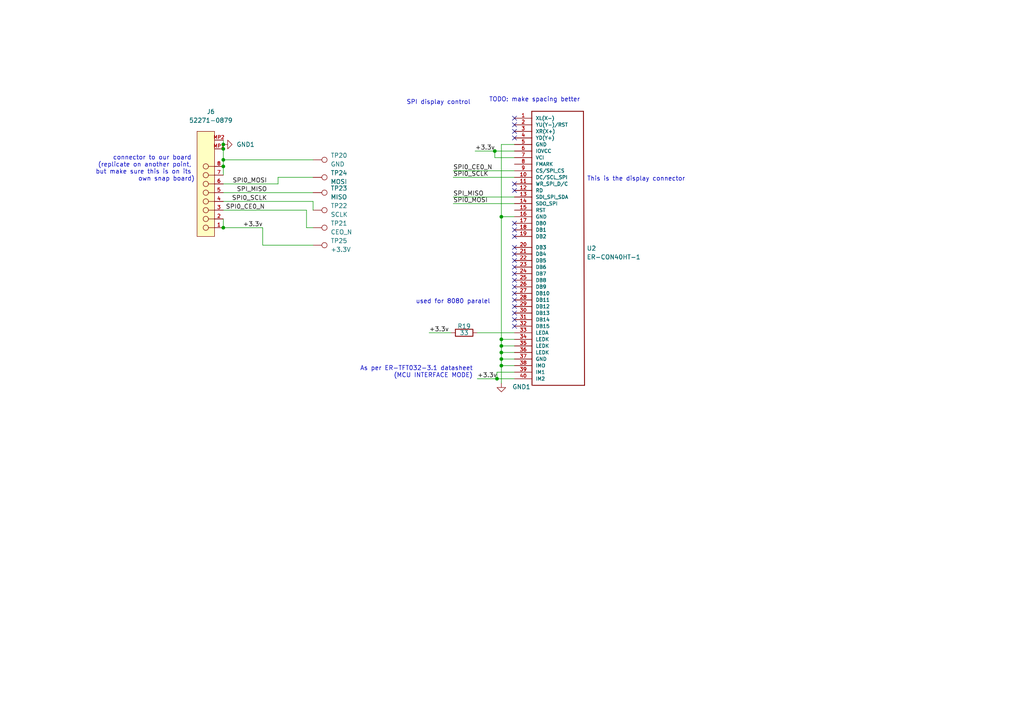
<source format=kicad_sch>
(kicad_sch (version 20210621) (generator eeschema)
  (paper "A4")
  (title_block (title "Display connector board (not part of mainboard)") (rev "indev"))
  (lib_symbols
    (symbol "CON40:ER-CON40HT-1" (pin_names (offset 1.016))
      (property "Reference" "U" (at 8.001 2.9972 0))
      (property "Value" "ER-CON40HT-1" (at 5.08 -80.01 0))
      (symbol "ER-CON40HT-1_0_0"
        (polyline (pts (xy 5.0038 2.0066) (xy 19.9898 2.0066)) (stroke (width 0.254)))
        (polyline (pts (xy 5.08 -77.47) (xy 5.0038 2.0066)) (stroke (width 0.254)))
        (polyline (pts (xy 19.9898 2.0066) (xy 20.32 -77.47)) (stroke (width 0.254)))
        (polyline (pts (xy 20.32 -77.47) (xy 5.334 -77.47)) (stroke (width 0.254)))
        (pin bidirectional line (at 0 0 0) (length 5.08) (name "XL(X-)") (number "1"))
        (pin bidirectional line (at 0 -17.145 0) (length 5.08) (name "DC/SCL_SPI") (number "10"))
        (pin bidirectional line (at 0 -19.05 0) (length 5.08) (name "WR_SPI_D/C") (number "11"))
        (pin bidirectional line (at 0 -20.955 0) (length 5.08) (name "RD") (number "12"))
        (pin bidirectional line (at 0 -22.86 0) (length 5.08) (name "SDI_SPI_SDA") (number "13"))
        (pin bidirectional line (at 0 -24.765 0) (length 5.08) (name "SDO_SPI") (number "14"))
        (pin bidirectional line (at 0 -26.67 0) (length 5.08) (name "RST") (number "15"))
        (pin bidirectional line (at 0 -28.575 0) (length 5.08) (name "GND") (number "16"))
        (pin bidirectional line (at 0 -30.48 0) (length 5.08) (name "DB0") (number "17"))
        (pin bidirectional line (at 0 -32.385 0) (length 5.08) (name "DB1") (number "18"))
        (pin bidirectional line (at 0 -34.29 0) (length 5.08) (name "DB2") (number "19"))
        (pin bidirectional line (at 0 -1.905 0) (length 5.08) (name "YU(Y-)/RST") (number "2"))
        (pin bidirectional line (at 0 -37.465 0) (length 5.08) (name "DB3") (number "20"))
        (pin bidirectional line (at 0 -39.37 0) (length 5.08) (name "DB4") (number "21"))
        (pin bidirectional line (at 0 -41.275 0) (length 5.08) (name "DB5") (number "22"))
        (pin bidirectional line (at 0 -43.18 0) (length 5.08) (name "DB6") (number "23"))
        (pin bidirectional line (at 0 -45.085 0) (length 5.08) (name "DB7") (number "24"))
        (pin bidirectional line (at 0 -46.99 0) (length 5.08) (name "DB8") (number "25"))
        (pin bidirectional line (at 0 -48.895 0) (length 5.08) (name "DB9") (number "26"))
        (pin bidirectional line (at 0 -50.8 0) (length 5.08) (name "DB10") (number "27"))
        (pin bidirectional line (at 0 -52.705 0) (length 5.08) (name "DB11") (number "28"))
        (pin bidirectional line (at 0 -54.61 0) (length 5.08) (name "DB12") (number "29"))
        (pin bidirectional line (at 0 -3.81 0) (length 5.08) (name "XR(X+)") (number "3"))
        (pin bidirectional line (at 0 -56.515 0) (length 5.08) (name "DB13") (number "30"))
        (pin bidirectional line (at 0 -58.42 0) (length 5.08) (name "DB14") (number "31"))
        (pin bidirectional line (at 0 -60.325 0) (length 5.08) (name "DB15") (number "32"))
        (pin bidirectional line (at 0 -62.23 0) (length 5.08) (name "LEDA") (number "33"))
        (pin bidirectional line (at 0 -64.135 0) (length 5.08) (name "LEDK") (number "34"))
        (pin bidirectional line (at 0 -66.04 0) (length 5.08) (name "LEDK") (number "35"))
        (pin bidirectional line (at 0 -67.945 0) (length 5.08) (name "LEDK") (number "36"))
        (pin bidirectional line (at 0 -69.85 0) (length 5.08) (name "GND") (number "37"))
        (pin bidirectional line (at 0 -71.755 0) (length 5.08) (name "IMO") (number "38"))
        (pin bidirectional line (at 0 -73.66 0) (length 5.08) (name "IM1") (number "39"))
        (pin bidirectional line (at 0 -5.715 0) (length 5.08) (name "YD(Y+)") (number "4"))
        (pin bidirectional line (at 0 -75.565 0) (length 5.08) (name "IM2") (number "40"))
        (pin bidirectional line (at 0 -7.62 0) (length 5.08) (name "GND") (number "5"))
        (pin bidirectional line (at 0 -9.525 0) (length 5.08) (name "IOVCC") (number "6"))
        (pin bidirectional line (at 0 -11.43 0) (length 5.08) (name "VCI") (number "7"))
        (pin bidirectional line (at 0 -13.335 0) (length 5.08) (name "FMARK") (number "8"))
        (pin bidirectional line (at 0 -15.24 0) (length 5.08) (name "CS/SPI_CS") (number "9"))
      )
    )
    (symbol "Connector:TestPoint" (pin_numbers hide) (pin_names (offset 0.762) hide)
      (property "Reference" "TP" (at 0 6.858 0))
      (property "Value" "TestPoint" (at 0 5.08 0))
      (symbol "TestPoint_0_1"
        (circle (center 0 3.302) (radius 0.762))
      )
      (symbol "TestPoint_1_1"
        (pin passive line (at 0 0 90) (length 2.54) (name "1") (number "1"))
      )
    )
    (symbol "Device:R" (pin_numbers hide) (pin_names (offset 0))
      (property "Reference" "R" (at 2.032 0 90))
      (property "Value" "R" (at 0 0 90))
      (symbol "R_0_1"
        (rectangle (start -1.016 -2.54) (end 1.016 2.54) (stroke (width 0.254)))
      )
      (symbol "R_1_1"
        (pin passive line (at 0 3.81 270) (length 1.27) (name "~") (number "1"))
        (pin passive line (at 0 -3.81 90) (length 1.27) (name "~") (number "2"))
      )
    )
    (symbol "MOLEXZIF:52271-0879" (pin_names (offset 0))
      (property "Reference" "J" (at 0 12.7 0))
      (property "Value" "52271-0879" (at 0 15.24 0))
      (symbol "52271-0879_1_1"
        (circle (center 0 7.62) (radius 0.762))
        (circle (center 2.54 7.62) (radius 0.762))
        (circle (center 5.08 7.62) (radius 0.762))
        (circle (center 7.62 7.62) (radius 0.762))
        (circle (center 10.16 7.62) (radius 0.762))
        (circle (center 12.7 7.62) (radius 0.762))
        (circle (center 15.24 7.62) (radius 0.762))
        (circle (center 17.78 7.62) (radius 0.762))
        (rectangle (start -2.54 10.16) (end 27.94 5.08) (fill (type background)))
        (polyline (pts (xy 0 5.08) (xy 0 6.858)))
        (polyline (pts (xy 2.54 5.08) (xy 2.54 6.858)))
        (polyline (pts (xy 5.08 5.08) (xy 5.08 6.858)))
        (polyline (pts (xy 7.62 5.08) (xy 7.62 6.858)))
        (polyline (pts (xy 10.16 5.08) (xy 10.16 6.858)))
        (polyline (pts (xy 12.7 5.08) (xy 12.7 6.858)))
        (polyline (pts (xy 15.24 5.08) (xy 15.24 6.858)))
        (polyline (pts (xy 17.78 5.08) (xy 17.78 6.858)))
        (pin passive line (at 0 2.54 90) (length 2.54) (name "1") (number "1"))
        (pin passive line (at 2.54 2.54 90) (length 2.54) (name "2") (number "2"))
        (pin passive line (at 5.08 2.54 90) (length 2.54) (name "3") (number "3"))
        (pin passive line (at 7.62 2.54 90) (length 2.54) (name "4") (number "4"))
        (pin passive line (at 10.16 2.54 90) (length 2.54) (name "5") (number "5"))
        (pin passive line (at 12.7 2.54 90) (length 2.54) (name "6") (number "6"))
        (pin passive line (at 15.24 2.54 90) (length 2.54) (name "7") (number "7"))
        (pin passive line (at 17.78 2.54 90) (length 2.54) (name "8") (number "8"))
        (pin passive line (at 22.86 2.54 90) (length 2.54) (name "MP1") (number "MP1"))
        (pin passive line (at 25.4 2.54 90) (length 2.54) (name "MP2") (number "MP2"))
      )
    )
    (symbol "power:GND1" (power) (pin_names (offset 0))
      (property "Value" "GND1" (at 0 -3.81 0))
      (symbol "GND1_0_1"
        (polyline (pts (xy 0 0) (xy 0 -1.27) (xy 1.27 -1.27) (xy 0 -2.54) (xy -1.27 -1.27) (xy 0 -1.27)))
      )
      (symbol "GND1_1_1"
        (pin power_in line (at 0 0 270) (length 0) hide (name "GND1") (number "1"))
      )
    )
  )
  (junction (at 64.77 41.91) (diameter 0.9144))
  (junction (at 64.77 43.18) (diameter 0.9144))
  (junction (at 64.77 46.355) (diameter 0.9144))
  (junction (at 64.77 48.26) (diameter 0.9144))
  (junction (at 64.77 66.04) (diameter 0.9144))
  (junction (at 143.51 43.815) (diameter 0.9144))
  (junction (at 144.145 109.855) (diameter 0.9144))
  (junction (at 145.415 62.865) (diameter 0.9144))
  (junction (at 145.415 98.425) (diameter 0.9144))
  (junction (at 145.415 100.33) (diameter 0.9144))
  (junction (at 145.415 102.235) (diameter 0.9144))
  (junction (at 145.415 104.14) (diameter 0.9144))
  (junction (at 145.415 106.045) (diameter 0.9144))
  (no_connect (at 149.225 34.29))
  (no_connect (at 149.225 36.195))
  (no_connect (at 149.225 38.1))
  (no_connect (at 149.225 40.005))
  (no_connect (at 149.225 53.34))
  (no_connect (at 149.225 55.245))
  (no_connect (at 149.225 64.77))
  (no_connect (at 149.225 66.675))
  (no_connect (at 149.225 68.58))
  (no_connect (at 149.225 71.755))
  (no_connect (at 149.225 73.66))
  (no_connect (at 149.225 75.565))
  (no_connect (at 149.225 77.47))
  (no_connect (at 149.225 79.375))
  (no_connect (at 149.225 81.28))
  (no_connect (at 149.225 83.185))
  (no_connect (at 149.225 85.09))
  (no_connect (at 149.225 86.995))
  (no_connect (at 149.225 88.9))
  (no_connect (at 149.225 90.805))
  (no_connect (at 149.225 92.71))
  (no_connect (at 149.225 94.615))
  (wire (pts (xy 64.77 40.64) (xy 64.77 41.91)))
  (wire (pts (xy 64.77 41.91) (xy 64.77 43.18)))
  (wire (pts (xy 64.77 43.18) (xy 64.77 46.355)))
  (wire (pts (xy 64.77 46.355) (xy 64.77 48.26)))
  (wire (pts (xy 64.77 46.355) (xy 90.805 46.355)))
  (wire (pts (xy 64.77 48.26) (xy 64.77 50.8)))
  (wire (pts (xy 64.77 53.34) (xy 80.645 53.34)))
  (wire (pts (xy 64.77 55.88) (xy 90.805 55.88)))
  (wire (pts (xy 64.77 58.42) (xy 90.805 58.42)))
  (wire (pts (xy 64.77 60.96) (xy 88.9 60.96)))
  (wire (pts (xy 64.77 63.5) (xy 64.77 66.04)))
  (wire (pts (xy 64.77 66.04) (xy 76.2 66.04)))
  (wire (pts (xy 76.2 71.12) (xy 76.2 66.04)))
  (wire (pts (xy 80.645 51.435) (xy 80.645 53.34)))
  (wire (pts (xy 88.9 66.04) (xy 88.9 60.96)))
  (wire (pts (xy 90.805 51.435) (xy 80.645 51.435)))
  (wire (pts (xy 90.805 60.96) (xy 90.805 58.42)))
  (wire (pts (xy 90.805 66.04) (xy 88.9 66.04)))
  (wire (pts (xy 90.805 71.12) (xy 76.2 71.12)))
  (wire (pts (xy 124.46 96.52) (xy 130.81 96.52)))
  (wire (pts (xy 131.445 49.53) (xy 149.225 49.53)))
  (wire (pts (xy 131.445 51.435) (xy 149.225 51.435)))
  (wire (pts (xy 131.445 57.15) (xy 149.225 57.15)))
  (wire (pts (xy 131.445 59.055) (xy 149.225 59.055)))
  (wire (pts (xy 137.795 43.815) (xy 143.51 43.815)))
  (wire (pts (xy 138.43 96.52) (xy 149.225 96.52)))
  (wire (pts (xy 138.43 109.855) (xy 144.145 109.855)))
  (wire (pts (xy 143.51 43.815) (xy 149.225 43.815)))
  (wire (pts (xy 143.51 45.72) (xy 143.51 43.815)))
  (wire (pts (xy 144.145 107.95) (xy 144.145 109.855)))
  (wire (pts (xy 144.145 109.855) (xy 149.225 109.855)))
  (wire (pts (xy 145.415 41.91) (xy 149.225 41.91)))
  (wire (pts (xy 145.415 62.865) (xy 145.415 41.91)))
  (wire (pts (xy 145.415 62.865) (xy 145.415 98.425)))
  (wire (pts (xy 145.415 62.865) (xy 149.225 62.865)))
  (wire (pts (xy 145.415 98.425) (xy 145.415 100.33)))
  (wire (pts (xy 145.415 100.33) (xy 145.415 102.235)))
  (wire (pts (xy 145.415 100.33) (xy 149.225 100.33)))
  (wire (pts (xy 145.415 102.235) (xy 145.415 104.14)))
  (wire (pts (xy 145.415 102.235) (xy 149.225 102.235)))
  (wire (pts (xy 145.415 104.14) (xy 149.225 104.14)))
  (wire (pts (xy 145.415 106.045) (xy 145.415 104.14)))
  (wire (pts (xy 145.415 106.045) (xy 149.225 106.045)))
  (wire (pts (xy 145.415 111.125) (xy 145.415 106.045)))
  (wire (pts (xy 149.225 45.72) (xy 143.51 45.72)))
  (wire (pts (xy 149.225 98.425) (xy 145.415 98.425)))
  (wire (pts (xy 149.225 107.95) (xy 144.145 107.95)))
  (text "connector to our board \n(replicate on another point, \nbut make sure this is on its \nown snap board)\n" (at 56.515 52.705 0) (effects (font (size 1.27 1.27)) (justify right bottom)))
  (text "SPI display control" (at 136.525 30.48 180) (effects (font (size 1.27 1.27)) (justify right bottom)))
  (text "As per ER-TFT032-3.1 datasheet\n(MCU INTERFACE MODE)\n\n" (at 137.16 111.76 0) (effects (font (size 1.27 1.27)) (justify right bottom)))
  (text "used for 8080 paralel\n" (at 142.24 88.265 180) (effects (font (size 1.27 1.27)) (justify right bottom)))
  (text "TODO: make spacing better\n\n" (at 168.275 31.75 180) (effects (font (size 1.27 1.27)) (justify right bottom)))
  (text "This is the display connector\n" (at 198.755 52.705 180) (effects (font (size 1.27 1.27)) (justify right bottom)))
  (label "+3.3v" (at 76.2 66.04 180))
  (label "SPI0_CE0_N" (at 76.835 60.96 180))
  (label "SPI0_MOSI" (at 77.47 53.34 180))
  (label "SPI_MISO" (at 77.47 55.88 180))
  (label "SPI0_SCLK" (at 77.47 58.42 180))
  (label "+3.3v" (at 124.46 96.52 0))
  (label "SPI0_CE0_N" (at 131.445 49.53 0))
  (label "SPI0_SCLK" (at 131.445 51.435 0))
  (label "SPI_MISO" (at 131.445 57.15 0))
  (label "SPI0_MOSI" (at 131.445 59.055 0))
  (label "+3.3v" (at 137.795 43.815 0))
  (label "+3.3v" (at 138.43 109.855 0))
  (symbol (lib_id "Connector:TestPoint") (at 90.805 46.355 270) (unit 1)
    (property "Reference" "TP20" (at 95.885 45.0849 90) (effects (justify left)))
    (property "Value" "GND" (at 95.885 47.6249 90) (effects (justify left)))
    (property "Footprint" "TestPoint:TestPoint_Pad_1.0x1.0mm" (effects hide))
  )
  (symbol (lib_id "Connector:TestPoint") (at 90.805 51.435 270) (unit 1)
    (property "Reference" "TP24" (at 95.885 50.1649 90) (effects (justify left)))
    (property "Value" "MOSI" (at 95.885 52.7049 90) (effects (justify left)))
    (property "Footprint" "TestPoint:TestPoint_Pad_1.0x1.0mm" (effects hide))
  )
  (symbol (lib_id "Connector:TestPoint") (at 90.805 55.88 270) (unit 1)
    (property "Reference" "TP23" (at 95.885 54.6099 90) (effects (justify left)))
    (property "Value" "MISO" (at 95.885 57.1499 90) (effects (justify left)))
    (property "Footprint" "TestPoint:TestPoint_Pad_1.0x1.0mm" (effects hide))
  )
  (symbol (lib_id "Connector:TestPoint") (at 90.805 60.96 270) (unit 1)
    (property "Reference" "TP22" (at 95.885 59.6899 90) (effects (justify left)))
    (property "Value" "SCLK" (at 95.885 62.2299 90) (effects (justify left)))
    (property "Footprint" "TestPoint:TestPoint_Pad_1.0x1.0mm" (effects hide))
  )
  (symbol (lib_id "Connector:TestPoint") (at 90.805 66.04 270) (unit 1)
    (property "Reference" "TP21" (at 95.885 64.7699 90) (effects (justify left)))
    (property "Value" "CEO_N" (at 95.885 67.3099 90) (effects (justify left)))
    (property "Footprint" "TestPoint:TestPoint_Pad_1.0x1.0mm" (effects hide))
  )
  (symbol (lib_id "Connector:TestPoint") (at 90.805 71.12 270) (unit 1)
    (property "Reference" "TP25" (at 95.885 69.8499 90) (effects (justify left)))
    (property "Value" "+3.3V" (at 95.885 72.3899 90) (effects (justify left)))
    (property "Footprint" "TestPoint:TestPoint_Pad_1.0x1.0mm" (effects hide))
  )
  (symbol (lib_id "power:GND1") (at 64.77 41.91 90) (unit 1)
    (property "Reference" "#PWR0104" (effects hide))
    (property "Value" "GND1" (at 68.58 41.9099 90) (effects (justify right)))
  )
  (symbol (lib_id "power:GND1") (at 145.415 111.125 0) (unit 1)
    (property "Reference" "#PWR0101" (effects hide))
    (property "Value" "GND1" (at 148.59 112.2044 0) (effects (justify left)))
  )
  (symbol (lib_id "Device:R") (at 134.62 96.52 90) (unit 1)
    (property "Reference" "R19" (at 134.62 94.615 90))
    (property "Value" "33" (at 134.62 96.52 90))
    (property "Footprint" "Resistor_SMD:R_0805_2012Metric_Pad1.20x1.40mm_HandSolder" (effects hide))
  )
  (symbol (lib_id "MOLEXZIF:52271-0879") (at 67.31 66.04 90) (unit 1)
    (property "Reference" "J6" (at 61.1505 32.385 90))
    (property "Value" "52271-0879" (at 61.1505 34.925 90))
    (property "Footprint" "MOLEXZIF:Molex-52271-0879-Manufacturer_Recommended" (effects hide))
    (property "Datasheet" "http://www.molex.com/webdocs/datasheets/pdf/en-us/0522710879_FFC_FPC_CONNECTORS.pdf" (effects hide))
    (property "Circuits Loaded" "8" (effects hide))
    (property "Component Link 1 Description" "Manufacturer URL" (effects hide))
    (property "Component Link 1 URL" "http://www.molex.com/molex/index.jsp" (effects hide))
    (property "Component Link 3 Description" "Package Specification" (effects hide))
    (property "Component Link 3 URL" "http://www.molex.com/pdm_docs/sd/522710879_sd.pdf" (effects hide))
    (property "Contact Position" "Bottom" (effects hide))
    (property "Current Max per Contact" "0.5A" (effects hide))
    (property "Durability mating cycles max" "30" (effects hide))
    (property "Entry Angle" "90degrees Angle" (effects hide))
    (property "Mated Height" "3.00mm" (effects hide))
    (property "Material   Metal" "Phosphor Bronze" (effects hide))
    (property "Material   Plating Mating" "Tin-Bismuth" (effects hide))
    (property "Material   Plating Termination" "Tin-Bismuth" (effects hide))
    (property "Mounting Technology" "Surface Mount" (effects hide))
    (property "Number of Rows" "1" (effects hide))
    (property "Orientation" "Right Angle" (effects hide))
    (property "PCB Locator" "No" (effects hide))
    (property "PCB Retention" "Yes" (effects hide))
    (property "Package Description" "8-Lead FPC Connector, Pitch 1.0 mm" (effects hide))
    (property "Package Version" "Rev. B, 04/2004" (effects hide))
    (property "Packing" "Tape and Reel" (effects hide))
    (property "Pitch   Mating Interface" "1.00mm" (effects hide))
    (property "Pitch   Termination Interface" "1.00mm" (effects hide))
    (property "Polarized to PCB" "Yes" (effects hide))
    (property "Stackable" "No" (effects hide))
    (property "Voltage Max" "50V AC (RMS)/DC" (effects hide))
    (property "category" "Conn" (effects hide))
    (property "ciiva ids" "605436" (effects hide))
    (property "library id" "218fbb3e1d45b5e3" (effects hide))
    (property "manufacturer" "Molex" (effects hide))
    (property "package" "52271-0879" (effects hide))
    (property "release date" "1411372468" (effects hide))
    (property "rohs" "Yes" (effects hide))
    (property "vault revision" "B8D0B5D1-BD2E-4A74-BF2B-C0B6D1E0611E" (effects hide))
    (property "imported" "yes" (effects hide))
  )
  (symbol (lib_id "CON40:ER-CON40HT-1") (at 149.225 34.29 0) (unit 1)
    (property "Reference" "U2" (at 170.18 72.0216 0) (effects (justify left)))
    (property "Value" "ER-CON40HT-1" (at 170.18 74.5616 0) (effects (justify left)))
    (property "Footprint" "ER-CON40HT-1:ER-CON40HT-1" (effects hide))
  )
)
</source>
